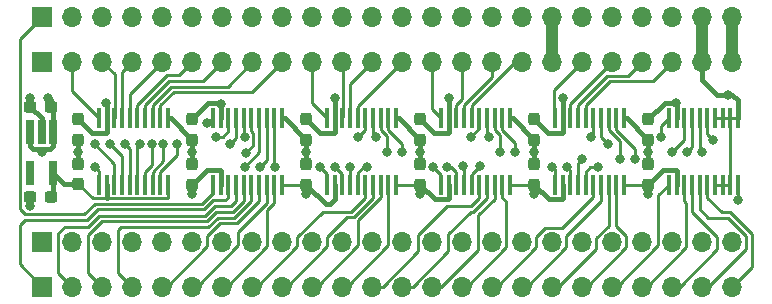
<source format=gbr>
%TF.GenerationSoftware,KiCad,Pcbnew,7.0.2*%
%TF.CreationDate,2023-07-04T13:12:24+09:00*%
%TF.ProjectId,TangNano9K5V,54616e67-4e61-46e6-9f39-4b35562e6b69,rev?*%
%TF.SameCoordinates,Original*%
%TF.FileFunction,Copper,L1,Top*%
%TF.FilePolarity,Positive*%
%FSLAX46Y46*%
G04 Gerber Fmt 4.6, Leading zero omitted, Abs format (unit mm)*
G04 Created by KiCad (PCBNEW 7.0.2) date 2023-07-04 13:12:24*
%MOMM*%
%LPD*%
G01*
G04 APERTURE LIST*
G04 Aperture macros list*
%AMRoundRect*
0 Rectangle with rounded corners*
0 $1 Rounding radius*
0 $2 $3 $4 $5 $6 $7 $8 $9 X,Y pos of 4 corners*
0 Add a 4 corners polygon primitive as box body*
4,1,4,$2,$3,$4,$5,$6,$7,$8,$9,$2,$3,0*
0 Add four circle primitives for the rounded corners*
1,1,$1+$1,$2,$3*
1,1,$1+$1,$4,$5*
1,1,$1+$1,$6,$7*
1,1,$1+$1,$8,$9*
0 Add four rect primitives between the rounded corners*
20,1,$1+$1,$2,$3,$4,$5,0*
20,1,$1+$1,$4,$5,$6,$7,0*
20,1,$1+$1,$6,$7,$8,$9,0*
20,1,$1+$1,$8,$9,$2,$3,0*%
G04 Aperture macros list end*
%TA.AperFunction,SMDPad,CuDef*%
%ADD10RoundRect,0.237500X0.237500X-0.300000X0.237500X0.300000X-0.237500X0.300000X-0.237500X-0.300000X0*%
%TD*%
%TA.AperFunction,SMDPad,CuDef*%
%ADD11R,0.355600X1.676400*%
%TD*%
%TA.AperFunction,ComponentPad*%
%ADD12R,1.700000X1.700000*%
%TD*%
%TA.AperFunction,ComponentPad*%
%ADD13O,1.700000X1.700000*%
%TD*%
%TA.AperFunction,SMDPad,CuDef*%
%ADD14RoundRect,0.237500X-0.237500X0.300000X-0.237500X-0.300000X0.237500X-0.300000X0.237500X0.300000X0*%
%TD*%
%TA.AperFunction,SMDPad,CuDef*%
%ADD15RoundRect,0.237500X0.300000X0.237500X-0.300000X0.237500X-0.300000X-0.237500X0.300000X-0.237500X0*%
%TD*%
%TA.AperFunction,SMDPad,CuDef*%
%ADD16R,0.650000X2.000000*%
%TD*%
%TA.AperFunction,ViaPad*%
%ADD17C,0.800000*%
%TD*%
%TA.AperFunction,Conductor*%
%ADD18C,1.000000*%
%TD*%
%TA.AperFunction,Conductor*%
%ADD19C,0.400000*%
%TD*%
%TA.AperFunction,Conductor*%
%ADD20C,0.250000*%
%TD*%
G04 APERTURE END LIST*
D10*
%TO.P,C3,1*%
%TO.N,+1V8*%
X5588000Y-16711000D03*
%TO.P,C3,2*%
%TO.N,GND*%
X5588000Y-14986000D03*
%TD*%
D11*
%TO.P,U6,1,A1*%
%TO.N,PIN55*%
X55596001Y-16764000D03*
%TO.P,U6,2,VCCA*%
%TO.N,+3.3V*%
X56246002Y-16764000D03*
%TO.P,U6,3,A2*%
%TO.N,PIN56*%
X56896000Y-16764000D03*
%TO.P,U6,4,A3*%
%TO.N,PIN57*%
X57546002Y-16764000D03*
%TO.P,U6,5,A4*%
%TO.N,PIN68*%
X58196000Y-16764000D03*
%TO.P,U6,6,A5*%
%TO.N,PIN69*%
X58845999Y-16764000D03*
%TO.P,U6,7,A6*%
%TO.N,GND*%
X59496000Y-16764000D03*
%TO.P,U6,8,A7*%
X60145999Y-16764000D03*
%TO.P,U6,9,A8*%
X60796000Y-16764000D03*
%TO.P,U6,10,OE*%
%TO.N,+3.3V*%
X61445999Y-16764000D03*
%TO.P,U6,11,GND*%
%TO.N,GND*%
X61446001Y-11125200D03*
%TO.P,U6,12,B8*%
X60796003Y-11125200D03*
%TO.P,U6,13,B7*%
X60146002Y-11125200D03*
%TO.P,U6,14,B6*%
X59496003Y-11125200D03*
%TO.P,U6,15,B5*%
%TO.N,PIN69_H*%
X58846002Y-11125200D03*
%TO.P,U6,16,B4*%
%TO.N,PIN68_H*%
X58196003Y-11125200D03*
%TO.P,U6,17,B3*%
%TO.N,PIN57_H*%
X57546002Y-11125200D03*
%TO.P,U6,18,B2*%
%TO.N,PIN56_H*%
X56896003Y-11125200D03*
%TO.P,U6,19,VCCB*%
%TO.N,+5V*%
X56246002Y-11125200D03*
%TO.P,U6,20,B1*%
%TO.N,PIN55_H*%
X55596003Y-11125200D03*
%TD*%
D12*
%TO.P,J2,1,Pin_1*%
%TO.N,PIN63*%
X2540000Y-2540000D03*
D13*
%TO.P,J2,2,Pin_2*%
%TO.N,PIN86*%
X5080000Y-2540000D03*
%TO.P,J2,3,Pin_3*%
%TO.N,PIN85*%
X7620000Y-2540000D03*
%TO.P,J2,4,Pin_4*%
%TO.N,PIN84*%
X10160000Y-2540000D03*
%TO.P,J2,5,Pin_5*%
%TO.N,PIN83*%
X12700000Y-2540000D03*
%TO.P,J2,6,Pin_6*%
%TO.N,PIN82*%
X15240000Y-2540000D03*
%TO.P,J2,7,Pin_7*%
%TO.N,PIN81*%
X17780000Y-2540000D03*
%TO.P,J2,8,Pin_8*%
%TO.N,PIN80*%
X20320000Y-2540000D03*
%TO.P,J2,9,Pin_9*%
%TO.N,PIN79*%
X22860000Y-2540000D03*
%TO.P,J2,10,Pin_10*%
%TO.N,PIN77*%
X25400000Y-2540000D03*
%TO.P,J2,11,Pin_11*%
%TO.N,PIN76*%
X27940000Y-2540000D03*
%TO.P,J2,12,Pin_12*%
%TO.N,PIN75*%
X30480000Y-2540000D03*
%TO.P,J2,13,Pin_13*%
%TO.N,PIN74*%
X33020000Y-2540000D03*
%TO.P,J2,14,Pin_14*%
%TO.N,PIN73*%
X35560000Y-2540000D03*
%TO.P,J2,15,Pin_15*%
%TO.N,PIN72*%
X38100000Y-2540000D03*
%TO.P,J2,16,Pin_16*%
%TO.N,PIN71*%
X40640000Y-2540000D03*
%TO.P,J2,17,Pin_17*%
%TO.N,PIN70*%
X43180000Y-2540000D03*
%TO.P,J2,18,Pin_18*%
%TO.N,+5V*%
X45720000Y-2540000D03*
%TO.P,J2,19,Pin_19*%
%TO.N,PIN48*%
X48260000Y-2540000D03*
%TO.P,J2,20,Pin_20*%
%TO.N,PIN49*%
X50800000Y-2540000D03*
%TO.P,J2,21,Pin_21*%
%TO.N,PIN31*%
X53340000Y-2540000D03*
%TO.P,J2,22,Pin_22*%
%TO.N,PIN32*%
X55880000Y-2540000D03*
%TO.P,J2,23,Pin_23*%
%TO.N,GND*%
X58420000Y-2540000D03*
%TO.P,J2,24,Pin_24*%
%TO.N,+3.3V*%
X60960000Y-2540000D03*
%TD*%
D14*
%TO.P,C14,1*%
%TO.N,+5V*%
X53848000Y-11229000D03*
%TO.P,C14,2*%
%TO.N,GND*%
X53848000Y-12954000D03*
%TD*%
D10*
%TO.P,C9,1*%
%TO.N,+3.3V*%
X34544000Y-16764000D03*
%TO.P,C9,2*%
%TO.N,GND*%
X34544000Y-15039000D03*
%TD*%
%TO.P,C11,1*%
%TO.N,+3.3V*%
X44196000Y-16764000D03*
%TO.P,C11,2*%
%TO.N,GND*%
X44196000Y-15039000D03*
%TD*%
%TO.P,C7,1*%
%TO.N,+3.3V*%
X24892000Y-16764000D03*
%TO.P,C7,2*%
%TO.N,GND*%
X24892000Y-15039000D03*
%TD*%
%TO.P,C5,1*%
%TO.N,+3.3V*%
X15240000Y-16764000D03*
%TO.P,C5,2*%
%TO.N,GND*%
X15240000Y-15039000D03*
%TD*%
D14*
%TO.P,C12,1*%
%TO.N,+5V*%
X44196000Y-11229000D03*
%TO.P,C12,2*%
%TO.N,GND*%
X44196000Y-12954000D03*
%TD*%
D15*
%TO.P,C1,1*%
%TO.N,+3.3V*%
X3249000Y-10160000D03*
%TO.P,C1,2*%
%TO.N,GND*%
X1524000Y-10160000D03*
%TD*%
D14*
%TO.P,C8,1*%
%TO.N,+5V*%
X24892000Y-11229000D03*
%TO.P,C8,2*%
%TO.N,GND*%
X24892000Y-12954000D03*
%TD*%
%TO.P,C10,1*%
%TO.N,+5V*%
X34544000Y-11229000D03*
%TO.P,C10,2*%
%TO.N,GND*%
X34544000Y-12954000D03*
%TD*%
D15*
%TO.P,C2,1*%
%TO.N,+1V8*%
X3249000Y-17780000D03*
%TO.P,C2,2*%
%TO.N,GND*%
X1524000Y-17780000D03*
%TD*%
D14*
%TO.P,C6,1*%
%TO.N,+5V*%
X15240000Y-11229000D03*
%TO.P,C6,2*%
%TO.N,GND*%
X15240000Y-12954000D03*
%TD*%
D11*
%TO.P,U1,1,A1*%
%TO.N,PIN86*%
X7336001Y-16764000D03*
%TO.P,U1,2,VCCA*%
%TO.N,+1V8*%
X7986002Y-16764000D03*
%TO.P,U1,3,A2*%
%TO.N,PIN85*%
X8636000Y-16764000D03*
%TO.P,U1,4,A3*%
%TO.N,PIN84*%
X9286002Y-16764000D03*
%TO.P,U1,5,A4*%
%TO.N,PIN83*%
X9936000Y-16764000D03*
%TO.P,U1,6,A5*%
%TO.N,PIN82*%
X10585999Y-16764000D03*
%TO.P,U1,7,A6*%
%TO.N,PIN81*%
X11236000Y-16764000D03*
%TO.P,U1,8,A7*%
%TO.N,PIN80*%
X11885999Y-16764000D03*
%TO.P,U1,9,A8*%
%TO.N,PIN79*%
X12536000Y-16764000D03*
%TO.P,U1,10,OE*%
%TO.N,+1V8*%
X13185999Y-16764000D03*
%TO.P,U1,11,GND*%
%TO.N,GND*%
X13186001Y-11125200D03*
%TO.P,U1,12,B8*%
%TO.N,PIN79_H*%
X12536003Y-11125200D03*
%TO.P,U1,13,B7*%
%TO.N,PIN80_H*%
X11886002Y-11125200D03*
%TO.P,U1,14,B6*%
%TO.N,PIN81_H*%
X11236003Y-11125200D03*
%TO.P,U1,15,B5*%
%TO.N,PIN82_H*%
X10586002Y-11125200D03*
%TO.P,U1,16,B4*%
%TO.N,PIN83_H*%
X9936003Y-11125200D03*
%TO.P,U1,17,B3*%
%TO.N,PIN84_H*%
X9286002Y-11125200D03*
%TO.P,U1,18,B2*%
%TO.N,PIN85_H*%
X8636003Y-11125200D03*
%TO.P,U1,19,VCCB*%
%TO.N,+5V*%
X7986002Y-11125200D03*
%TO.P,U1,20,B1*%
%TO.N,PIN86_H*%
X7336003Y-11125200D03*
%TD*%
%TO.P,U4,1,A1*%
%TO.N,PIN73*%
X36292001Y-16764000D03*
%TO.P,U4,2,VCCA*%
%TO.N,+3.3V*%
X36942002Y-16764000D03*
%TO.P,U4,3,A2*%
%TO.N,PIN72*%
X37592000Y-16764000D03*
%TO.P,U4,4,A3*%
%TO.N,PIN71*%
X38242002Y-16764000D03*
%TO.P,U4,5,A4*%
%TO.N,PIN70*%
X38892000Y-16764000D03*
%TO.P,U4,6,A5*%
%TO.N,PIN34*%
X39541999Y-16764000D03*
%TO.P,U4,7,A6*%
%TO.N,PIN40*%
X40192000Y-16764000D03*
%TO.P,U4,8,A7*%
%TO.N,PIN35*%
X40841999Y-16764000D03*
%TO.P,U4,9,A8*%
%TO.N,PIN41*%
X41492000Y-16764000D03*
%TO.P,U4,10,OE*%
%TO.N,+3.3V*%
X42141999Y-16764000D03*
%TO.P,U4,11,GND*%
%TO.N,GND*%
X42142001Y-11125200D03*
%TO.P,U4,12,B8*%
%TO.N,PIN41_H*%
X41492003Y-11125200D03*
%TO.P,U4,13,B7*%
%TO.N,PIN35_H*%
X40842002Y-11125200D03*
%TO.P,U4,14,B6*%
%TO.N,PIN40_H*%
X40192003Y-11125200D03*
%TO.P,U4,15,B5*%
%TO.N,PIN34_H*%
X39542002Y-11125200D03*
%TO.P,U4,16,B4*%
%TO.N,PIN70_H*%
X38892003Y-11125200D03*
%TO.P,U4,17,B3*%
%TO.N,PIN71_H*%
X38242002Y-11125200D03*
%TO.P,U4,18,B2*%
%TO.N,PIN72_H*%
X37592003Y-11125200D03*
%TO.P,U4,19,VCCB*%
%TO.N,+5V*%
X36942002Y-11125200D03*
%TO.P,U4,20,B1*%
%TO.N,PIN73_H*%
X36292003Y-11125200D03*
%TD*%
%TO.P,U5,1,A1*%
%TO.N,PIN48*%
X45944001Y-16764000D03*
%TO.P,U5,2,VCCA*%
%TO.N,+3.3V*%
X46594002Y-16764000D03*
%TO.P,U5,3,A2*%
%TO.N,PIN49*%
X47244000Y-16764000D03*
%TO.P,U5,4,A3*%
%TO.N,PIN31*%
X47894002Y-16764000D03*
%TO.P,U5,5,A4*%
%TO.N,PIN32*%
X48544000Y-16764000D03*
%TO.P,U5,6,A5*%
%TO.N,PIN42*%
X49193999Y-16764000D03*
%TO.P,U5,7,A6*%
%TO.N,PIN51*%
X49844000Y-16764000D03*
%TO.P,U5,8,A7*%
%TO.N,PIN53*%
X50493999Y-16764000D03*
%TO.P,U5,9,A8*%
%TO.N,PIN54*%
X51144000Y-16764000D03*
%TO.P,U5,10,OE*%
%TO.N,+3.3V*%
X51793999Y-16764000D03*
%TO.P,U5,11,GND*%
%TO.N,GND*%
X51794001Y-11125200D03*
%TO.P,U5,12,B8*%
%TO.N,PIN54_H*%
X51144003Y-11125200D03*
%TO.P,U5,13,B7*%
%TO.N,PIN53_H*%
X50494002Y-11125200D03*
%TO.P,U5,14,B6*%
%TO.N,PIN51_H*%
X49844003Y-11125200D03*
%TO.P,U5,15,B5*%
%TO.N,PIN42_H*%
X49194002Y-11125200D03*
%TO.P,U5,16,B4*%
%TO.N,PIN32_H*%
X48544003Y-11125200D03*
%TO.P,U5,17,B3*%
%TO.N,PIN31_H*%
X47894002Y-11125200D03*
%TO.P,U5,18,B2*%
%TO.N,PIN49_H*%
X47244003Y-11125200D03*
%TO.P,U5,19,VCCB*%
%TO.N,+5V*%
X46594002Y-11125200D03*
%TO.P,U5,20,B1*%
%TO.N,PIN48_H*%
X45944003Y-11125200D03*
%TD*%
D14*
%TO.P,C4,1*%
%TO.N,+5V*%
X5588000Y-11229000D03*
%TO.P,C4,2*%
%TO.N,GND*%
X5588000Y-12954000D03*
%TD*%
D16*
%TO.P,PS1,1,IN*%
%TO.N,+3.3V*%
X3424000Y-12328000D03*
%TO.P,PS1,2,GND*%
%TO.N,GND*%
X2474000Y-12328000D03*
%TO.P,PS1,3,EN*%
%TO.N,+3.3V*%
X1524000Y-12328000D03*
%TO.P,PS1,4,NC*%
%TO.N,unconnected-(PS1-NC-Pad4)*%
X1524000Y-15748000D03*
%TO.P,PS1,5,OUT*%
%TO.N,+1V8*%
X3424000Y-15748000D03*
%TD*%
D11*
%TO.P,U2,1,A1*%
%TO.N,PIN63*%
X16988001Y-16764000D03*
%TO.P,U2,2,VCCA*%
%TO.N,+3.3V*%
X17638002Y-16764000D03*
%TO.P,U2,3,A2*%
%TO.N,PIN38*%
X18288000Y-16764000D03*
%TO.P,U2,4,A3*%
%TO.N,PIN37*%
X18938002Y-16764000D03*
%TO.P,U2,5,A4*%
%TO.N,PIN36*%
X19588000Y-16764000D03*
%TO.P,U2,6,A5*%
%TO.N,PIN39*%
X20237999Y-16764000D03*
%TO.P,U2,7,A6*%
%TO.N,PIN25*%
X20888000Y-16764000D03*
%TO.P,U2,8,A7*%
%TO.N,PIN26*%
X21537999Y-16764000D03*
%TO.P,U2,9,A8*%
%TO.N,PIN27*%
X22188000Y-16764000D03*
%TO.P,U2,10,OE*%
%TO.N,+3.3V*%
X22837999Y-16764000D03*
%TO.P,U2,11,GND*%
%TO.N,GND*%
X22838001Y-11125200D03*
%TO.P,U2,12,B8*%
%TO.N,PIN27_H*%
X22188003Y-11125200D03*
%TO.P,U2,13,B7*%
%TO.N,PIN26_H*%
X21538002Y-11125200D03*
%TO.P,U2,14,B6*%
%TO.N,PIN25_H*%
X20888003Y-11125200D03*
%TO.P,U2,15,B5*%
%TO.N,PIN39_H*%
X20238002Y-11125200D03*
%TO.P,U2,16,B4*%
%TO.N,PIN36_H*%
X19588003Y-11125200D03*
%TO.P,U2,17,B3*%
%TO.N,PIN37_H*%
X18938002Y-11125200D03*
%TO.P,U2,18,B2*%
%TO.N,PIN38_H*%
X18288003Y-11125200D03*
%TO.P,U2,19,VCCB*%
%TO.N,+5V*%
X17638002Y-11125200D03*
%TO.P,U2,20,B1*%
%TO.N,PIN63_H*%
X16988003Y-11125200D03*
%TD*%
%TO.P,U3,1,A1*%
%TO.N,PIN77*%
X26640001Y-16764000D03*
%TO.P,U3,2,VCCA*%
%TO.N,+3.3V*%
X27290002Y-16764000D03*
%TO.P,U3,3,A2*%
%TO.N,PIN76*%
X27940000Y-16764000D03*
%TO.P,U3,4,A3*%
%TO.N,PIN75*%
X28590002Y-16764000D03*
%TO.P,U3,5,A4*%
%TO.N,PIN74*%
X29240000Y-16764000D03*
%TO.P,U3,6,A5*%
%TO.N,PIN28*%
X29889999Y-16764000D03*
%TO.P,U3,7,A6*%
%TO.N,PIN29*%
X30540000Y-16764000D03*
%TO.P,U3,8,A7*%
%TO.N,PIN30*%
X31189999Y-16764000D03*
%TO.P,U3,9,A8*%
%TO.N,PIN33*%
X31840000Y-16764000D03*
%TO.P,U3,10,OE*%
%TO.N,+3.3V*%
X32489999Y-16764000D03*
%TO.P,U3,11,GND*%
%TO.N,GND*%
X32490001Y-11125200D03*
%TO.P,U3,12,B8*%
%TO.N,PIN33_H*%
X31840003Y-11125200D03*
%TO.P,U3,13,B7*%
%TO.N,PIN30_H*%
X31190002Y-11125200D03*
%TO.P,U3,14,B6*%
%TO.N,PIN29_H*%
X30540003Y-11125200D03*
%TO.P,U3,15,B5*%
%TO.N,PIN28_H*%
X29890002Y-11125200D03*
%TO.P,U3,16,B4*%
%TO.N,PIN74_H*%
X29240003Y-11125200D03*
%TO.P,U3,17,B3*%
%TO.N,PIN75_H*%
X28590002Y-11125200D03*
%TO.P,U3,18,B2*%
%TO.N,PIN76_H*%
X27940003Y-11125200D03*
%TO.P,U3,19,VCCB*%
%TO.N,+5V*%
X27290002Y-11125200D03*
%TO.P,U3,20,B1*%
%TO.N,PIN77_H*%
X26640003Y-11125200D03*
%TD*%
D10*
%TO.P,C13,1*%
%TO.N,+3.3V*%
X53848000Y-16764000D03*
%TO.P,C13,2*%
%TO.N,GND*%
X53848000Y-15039000D03*
%TD*%
D12*
%TO.P,J1,1,Pin_1*%
%TO.N,PIN38*%
X2540000Y-25400000D03*
D13*
%TO.P,J1,2,Pin_2*%
%TO.N,PIN37*%
X5080000Y-25400000D03*
%TO.P,J1,3,Pin_3*%
%TO.N,PIN36*%
X7620000Y-25400000D03*
%TO.P,J1,4,Pin_4*%
%TO.N,PIN39*%
X10160000Y-25400000D03*
%TO.P,J1,5,Pin_5*%
%TO.N,PIN25*%
X12700000Y-25400000D03*
%TO.P,J1,6,Pin_6*%
%TO.N,PIN26*%
X15240000Y-25400000D03*
%TO.P,J1,7,Pin_7*%
%TO.N,PIN27*%
X17780000Y-25400000D03*
%TO.P,J1,8,Pin_8*%
%TO.N,PIN28*%
X20320000Y-25400000D03*
%TO.P,J1,9,Pin_9*%
%TO.N,PIN29*%
X22860000Y-25400000D03*
%TO.P,J1,10,Pin_10*%
%TO.N,PIN30*%
X25400000Y-25400000D03*
%TO.P,J1,11,Pin_11*%
%TO.N,PIN33*%
X27940000Y-25400000D03*
%TO.P,J1,12,Pin_12*%
%TO.N,PIN34*%
X30480000Y-25400000D03*
%TO.P,J1,13,Pin_13*%
%TO.N,PIN40*%
X33020000Y-25400000D03*
%TO.P,J1,14,Pin_14*%
%TO.N,PIN35*%
X35560000Y-25400000D03*
%TO.P,J1,15,Pin_15*%
%TO.N,PIN41*%
X38100000Y-25400000D03*
%TO.P,J1,16,Pin_16*%
%TO.N,PIN42*%
X40640000Y-25400000D03*
%TO.P,J1,17,Pin_17*%
%TO.N,PIN51*%
X43180000Y-25400000D03*
%TO.P,J1,18,Pin_18*%
%TO.N,PIN53*%
X45720000Y-25400000D03*
%TO.P,J1,19,Pin_19*%
%TO.N,PIN54*%
X48260000Y-25400000D03*
%TO.P,J1,20,Pin_20*%
%TO.N,PIN55*%
X50800000Y-25400000D03*
%TO.P,J1,21,Pin_21*%
%TO.N,PIN56*%
X53340000Y-25400000D03*
%TO.P,J1,22,Pin_22*%
%TO.N,PIN57*%
X55880000Y-25400000D03*
%TO.P,J1,23,Pin_23*%
%TO.N,PIN68*%
X58420000Y-25400000D03*
%TO.P,J1,24,Pin_24*%
%TO.N,PIN69*%
X60960000Y-25400000D03*
%TD*%
D12*
%TO.P,J4,1,Pin_1*%
%TO.N,PIN63_H*%
X2540000Y-6350000D03*
D13*
%TO.P,J4,2,Pin_2*%
%TO.N,PIN86_H*%
X5080000Y-6350000D03*
%TO.P,J4,3,Pin_3*%
%TO.N,PIN85_H*%
X7620000Y-6350000D03*
%TO.P,J4,4,Pin_4*%
%TO.N,PIN84_H*%
X10160000Y-6350000D03*
%TO.P,J4,5,Pin_5*%
%TO.N,PIN83_H*%
X12700000Y-6350000D03*
%TO.P,J4,6,Pin_6*%
%TO.N,PIN82_H*%
X15240000Y-6350000D03*
%TO.P,J4,7,Pin_7*%
%TO.N,PIN81_H*%
X17780000Y-6350000D03*
%TO.P,J4,8,Pin_8*%
%TO.N,PIN80_H*%
X20320000Y-6350000D03*
%TO.P,J4,9,Pin_9*%
%TO.N,PIN79_H*%
X22860000Y-6350000D03*
%TO.P,J4,10,Pin_10*%
%TO.N,PIN77_H*%
X25400000Y-6350000D03*
%TO.P,J4,11,Pin_11*%
%TO.N,PIN76_H*%
X27940000Y-6350000D03*
%TO.P,J4,12,Pin_12*%
%TO.N,PIN75_H*%
X30480000Y-6350000D03*
%TO.P,J4,13,Pin_13*%
%TO.N,PIN74_H*%
X33020000Y-6350000D03*
%TO.P,J4,14,Pin_14*%
%TO.N,PIN73_H*%
X35560000Y-6350000D03*
%TO.P,J4,15,Pin_15*%
%TO.N,PIN72_H*%
X38100000Y-6350000D03*
%TO.P,J4,16,Pin_16*%
%TO.N,PIN71_H*%
X40640000Y-6350000D03*
%TO.P,J4,17,Pin_17*%
%TO.N,PIN70_H*%
X43180000Y-6350000D03*
%TO.P,J4,18,Pin_18*%
%TO.N,+5V*%
X45720000Y-6350000D03*
%TO.P,J4,19,Pin_19*%
%TO.N,PIN48_H*%
X48260000Y-6350000D03*
%TO.P,J4,20,Pin_20*%
%TO.N,PIN49_H*%
X50800000Y-6350000D03*
%TO.P,J4,21,Pin_21*%
%TO.N,PIN31_H*%
X53340000Y-6350000D03*
%TO.P,J4,22,Pin_22*%
%TO.N,PIN32_H*%
X55880000Y-6350000D03*
%TO.P,J4,23,Pin_23*%
%TO.N,GND*%
X58420000Y-6350000D03*
%TO.P,J4,24,Pin_24*%
%TO.N,+3.3V*%
X60960000Y-6350000D03*
%TD*%
D12*
%TO.P,J3,1,Pin_1*%
%TO.N,PIN38_H*%
X2540000Y-21590000D03*
D13*
%TO.P,J3,2,Pin_2*%
%TO.N,PIN37_H*%
X5080000Y-21590000D03*
%TO.P,J3,3,Pin_3*%
%TO.N,PIN36_H*%
X7620000Y-21590000D03*
%TO.P,J3,4,Pin_4*%
%TO.N,PIN39_H*%
X10160000Y-21590000D03*
%TO.P,J3,5,Pin_5*%
%TO.N,PIN25_H*%
X12700000Y-21590000D03*
%TO.P,J3,6,Pin_6*%
%TO.N,PIN26_H*%
X15240000Y-21590000D03*
%TO.P,J3,7,Pin_7*%
%TO.N,PIN27_H*%
X17780000Y-21590000D03*
%TO.P,J3,8,Pin_8*%
%TO.N,PIN28_H*%
X20320000Y-21590000D03*
%TO.P,J3,9,Pin_9*%
%TO.N,PIN29_H*%
X22860000Y-21590000D03*
%TO.P,J3,10,Pin_10*%
%TO.N,PIN30_H*%
X25400000Y-21590000D03*
%TO.P,J3,11,Pin_11*%
%TO.N,PIN33_H*%
X27940000Y-21590000D03*
%TO.P,J3,12,Pin_12*%
%TO.N,PIN34_H*%
X30480000Y-21590000D03*
%TO.P,J3,13,Pin_13*%
%TO.N,PIN40_H*%
X33020000Y-21590000D03*
%TO.P,J3,14,Pin_14*%
%TO.N,PIN35_H*%
X35560000Y-21590000D03*
%TO.P,J3,15,Pin_15*%
%TO.N,PIN41_H*%
X38100000Y-21590000D03*
%TO.P,J3,16,Pin_16*%
%TO.N,PIN42_H*%
X40640000Y-21590000D03*
%TO.P,J3,17,Pin_17*%
%TO.N,PIN51_H*%
X43180000Y-21590000D03*
%TO.P,J3,18,Pin_18*%
%TO.N,PIN53_H*%
X45720000Y-21590000D03*
%TO.P,J3,19,Pin_19*%
%TO.N,PIN54_H*%
X48260000Y-21590000D03*
%TO.P,J3,20,Pin_20*%
%TO.N,PIN55_H*%
X50800000Y-21590000D03*
%TO.P,J3,21,Pin_21*%
%TO.N,PIN56_H*%
X53340000Y-21590000D03*
%TO.P,J3,22,Pin_22*%
%TO.N,PIN57_H*%
X55880000Y-21590000D03*
%TO.P,J3,23,Pin_23*%
%TO.N,PIN68_H*%
X58420000Y-21590000D03*
%TO.P,J3,24,Pin_24*%
%TO.N,PIN69_H*%
X60960000Y-21590000D03*
%TD*%
D17*
%TO.N,GND*%
X60630500Y-9144000D03*
%TO.N,+3.3V*%
X61468000Y-18034000D03*
%TO.N,PIN69_H*%
X59360500Y-12954000D03*
%TO.N,PIN68_H*%
X58420000Y-13970000D03*
%TO.N,PIN57_H*%
X57150000Y-13970000D03*
%TO.N,PIN56_H*%
X55880000Y-13970000D03*
%TO.N,PIN55_H*%
X54922500Y-12700000D03*
%TO.N,PIN54_H*%
X52705000Y-14605000D03*
%TO.N,PIN53_H*%
X51435000Y-14605000D03*
%TO.N,PIN51_H*%
X50434000Y-13335000D03*
%TO.N,PIN32*%
X49602283Y-15284283D03*
%TO.N,PIN42_H*%
X48984500Y-12700000D03*
%TO.N,PIN31*%
X48260000Y-14605000D03*
%TO.N,PIN49*%
X46990000Y-15240000D03*
%TO.N,PIN48*%
X45720000Y-15240000D03*
%TO.N,PIN41_H*%
X42545000Y-13970000D03*
%TO.N,PIN35_H*%
X41275000Y-13970000D03*
%TO.N,PIN40_H*%
X40315883Y-12700000D03*
%TO.N,PIN70*%
X39591383Y-15167364D03*
%TO.N,PIN34_H*%
X38824500Y-12700000D03*
%TO.N,PIN71*%
X38141883Y-15204070D03*
%TO.N,PIN72*%
X36830000Y-15240000D03*
%TO.N,PIN73*%
X35618500Y-15240000D03*
%TO.N,PIN33_H*%
X33020000Y-13970000D03*
%TO.N,PIN30_H*%
X31750000Y-13970000D03*
%TO.N,PIN29_H*%
X30748500Y-12700000D03*
%TO.N,PIN74*%
X30024000Y-15240000D03*
%TO.N,PIN28_H*%
X29299500Y-12700000D03*
%TO.N,PIN75*%
X28575000Y-15240000D03*
%TO.N,PIN76*%
X27305000Y-15240000D03*
%TO.N,PIN77*%
X26035000Y-15240000D03*
%TO.N,PIN27_H*%
X22225000Y-15240000D03*
%TO.N,PIN26_H*%
X20955000Y-15240000D03*
%TO.N,PIN25_H*%
X19685000Y-15240000D03*
%TO.N,PIN79*%
X13970000Y-13335000D03*
%TO.N,PIN80*%
X12794006Y-13335000D03*
%TO.N,PIN81*%
X11794503Y-13335000D03*
%TO.N,PIN82*%
X10795000Y-13335000D03*
%TO.N,PIN83*%
X9525000Y-13335000D03*
%TO.N,PIN84*%
X8255000Y-13335000D03*
%TO.N,PIN39_H*%
X19757451Y-14042452D03*
%TO.N,PIN36_H*%
X19685000Y-12700000D03*
%TO.N,PIN37_H*%
X18415000Y-13335000D03*
%TO.N,PIN38_H*%
X17234500Y-12700000D03*
%TO.N,PIN85*%
X6985000Y-13335000D03*
%TO.N,PIN63_H*%
X16510000Y-11517137D03*
%TO.N,PIN86*%
X6985000Y-15240000D03*
%TO.N,+3.3V*%
X3048000Y-9398000D03*
X2540000Y-13970000D03*
X15240000Y-17526000D03*
X24892000Y-17526000D03*
X34544000Y-17526000D03*
X44196000Y-17526000D03*
X53848000Y-17526000D03*
%TO.N,GND*%
X53848000Y-13970000D03*
X44196000Y-13970000D03*
X34544000Y-13970000D03*
X24892000Y-13970000D03*
X15240000Y-13970000D03*
X5588000Y-13970000D03*
%TO.N,+5V*%
X56185655Y-9851362D03*
X46594002Y-9398000D03*
X36942002Y-9398000D03*
X27290002Y-9398000D03*
X17638003Y-9917638D03*
X7925655Y-9851362D03*
%TO.N,GND*%
X1524000Y-9398000D03*
X1524000Y-18542000D03*
%TD*%
D18*
%TO.N,+3.3V*%
X60960000Y-2540000D02*
X60960000Y-6350000D01*
%TO.N,GND*%
X58420000Y-2540000D02*
X58420000Y-6350000D01*
%TO.N,+5V*%
X45720000Y-2540000D02*
X45720000Y-6350000D01*
D19*
%TO.N,GND*%
X58420000Y-7874000D02*
X58420000Y-6350000D01*
X59690000Y-9144000D02*
X58420000Y-7874000D01*
X60630500Y-9144000D02*
X59690000Y-9144000D01*
X60960000Y-9144000D02*
X60630500Y-9144000D01*
X60960000Y-9144000D02*
X61446001Y-9630001D01*
X61446001Y-11125200D02*
X61446001Y-9630001D01*
D20*
%TO.N,+3.3V*%
X61445999Y-18011999D02*
X61468000Y-18034000D01*
X61445999Y-16764000D02*
X61445999Y-18011999D01*
%TO.N,PIN69_H*%
X58846002Y-12439502D02*
X59360500Y-12954000D01*
X58846002Y-11125200D02*
X58846002Y-12439502D01*
%TO.N,PIN68_H*%
X58196003Y-13746003D02*
X58420000Y-13970000D01*
X58196003Y-11125200D02*
X58196003Y-13746003D01*
%TO.N,PIN57_H*%
X57546002Y-13573998D02*
X57150000Y-13970000D01*
X57546002Y-11125200D02*
X57546002Y-13573998D01*
%TO.N,PIN56_H*%
X56896003Y-12953997D02*
X55880000Y-13970000D01*
X56896003Y-11125200D02*
X56896003Y-12953997D01*
%TO.N,PIN55_H*%
X54922500Y-11798703D02*
X55596003Y-11125200D01*
X54922500Y-12700000D02*
X54922500Y-11798703D01*
%TO.N,PIN54_H*%
X52705000Y-13715801D02*
X52705000Y-14605000D01*
X51144003Y-12154804D02*
X52705000Y-13715801D01*
X51144003Y-11125200D02*
X51144003Y-12154804D01*
%TO.N,PIN53_H*%
X50494002Y-12141199D02*
X51435000Y-13082197D01*
X51435000Y-13082197D02*
X51435000Y-14605000D01*
X50494002Y-11125200D02*
X50494002Y-12141199D01*
%TO.N,PIN51_H*%
X49844003Y-12745003D02*
X50434000Y-13335000D01*
X49844003Y-11125200D02*
X49844003Y-12745003D01*
%TO.N,PIN32*%
X48935517Y-15284283D02*
X49602283Y-15284283D01*
X48544000Y-15675800D02*
X48935517Y-15284283D01*
X48544000Y-16764000D02*
X48544000Y-15675800D01*
%TO.N,PIN42_H*%
X49194002Y-12490498D02*
X48984500Y-12700000D01*
X49194002Y-11125200D02*
X49194002Y-12490498D01*
%TO.N,PIN31*%
X47894002Y-14970998D02*
X48260000Y-14605000D01*
X47894002Y-16764000D02*
X47894002Y-14970998D01*
%TO.N,PIN49*%
X47244000Y-15494000D02*
X46990000Y-15240000D01*
X47244000Y-16764000D02*
X47244000Y-15494000D01*
%TO.N,PIN48*%
X45944001Y-15464001D02*
X45720000Y-15240000D01*
X45944001Y-16764000D02*
X45944001Y-15464001D01*
%TO.N,PIN41_H*%
X42545000Y-13207801D02*
X42545000Y-13970000D01*
X41492003Y-12154804D02*
X42545000Y-13207801D01*
X41492003Y-11125200D02*
X41492003Y-12154804D01*
%TO.N,PIN35_H*%
X41275000Y-12574197D02*
X41275000Y-13970000D01*
X40842002Y-12141199D02*
X41275000Y-12574197D01*
X40842002Y-11125200D02*
X40842002Y-12141199D01*
%TO.N,PIN40_H*%
X40192003Y-12576120D02*
X40315883Y-12700000D01*
X40192003Y-11125200D02*
X40192003Y-12576120D01*
%TO.N,PIN70*%
X38892000Y-15866747D02*
X39591383Y-15167364D01*
X38892000Y-16764000D02*
X38892000Y-15866747D01*
%TO.N,PIN34_H*%
X39542002Y-11982498D02*
X38824500Y-12700000D01*
X39542002Y-11125200D02*
X39542002Y-11982498D01*
%TO.N,PIN71*%
X38242002Y-15304189D02*
X38141883Y-15204070D01*
X38242002Y-16764000D02*
X38242002Y-15304189D01*
%TO.N,PIN72*%
X37156200Y-15240000D02*
X36830000Y-15240000D01*
X37592000Y-15675800D02*
X37156200Y-15240000D01*
X37592000Y-16764000D02*
X37592000Y-15675800D01*
%TO.N,PIN73*%
X36292001Y-15913501D02*
X35618500Y-15240000D01*
X36292001Y-16764000D02*
X36292001Y-15913501D01*
%TO.N,PIN33_H*%
X33020000Y-13309799D02*
X33020000Y-13970000D01*
X31840003Y-12129802D02*
X33020000Y-13309799D01*
X31840003Y-11125200D02*
X31840003Y-12129802D01*
%TO.N,PIN30_H*%
X31190002Y-11125200D02*
X31190002Y-12116197D01*
X31190002Y-12116197D02*
X31750000Y-12676195D01*
X31750000Y-12676195D02*
X31750000Y-13970000D01*
%TO.N,PIN29_H*%
X30540003Y-11125200D02*
X30540003Y-12491503D01*
X30540003Y-12491503D02*
X30748500Y-12700000D01*
%TO.N,PIN74*%
X29747999Y-15240000D02*
X30024000Y-15240000D01*
X29300000Y-16704000D02*
X29300000Y-15687999D01*
X29300000Y-15687999D02*
X29747999Y-15240000D01*
X29240000Y-16764000D02*
X29300000Y-16704000D01*
%TO.N,PIN28_H*%
X29890002Y-11125200D02*
X29890002Y-12109498D01*
X29890002Y-12109498D02*
X29299500Y-12700000D01*
%TO.N,PIN75*%
X28590002Y-15255002D02*
X28575000Y-15240000D01*
X28590002Y-16764000D02*
X28590002Y-15255002D01*
%TO.N,PIN76*%
X27940000Y-15875000D02*
X27305000Y-15240000D01*
X27940000Y-16764000D02*
X27940000Y-15875000D01*
%TO.N,PIN77*%
X26640001Y-15845001D02*
X26035000Y-15240000D01*
X26640001Y-16764000D02*
X26640001Y-15845001D01*
%TO.N,PIN86_H*%
X5080000Y-8869197D02*
X7336003Y-11125200D01*
X5080000Y-6350000D02*
X5080000Y-8869197D01*
%TO.N,PIN27_H*%
X22188003Y-15203003D02*
X22225000Y-15240000D01*
X22188003Y-11125200D02*
X22188003Y-15203003D01*
%TO.N,PIN26_H*%
X21538002Y-14656998D02*
X20955000Y-15240000D01*
X21538002Y-11125200D02*
X21538002Y-14656998D01*
%TO.N,PIN25_H*%
X20888003Y-14036997D02*
X19685000Y-15240000D01*
X20888003Y-11125200D02*
X20888003Y-14036997D01*
%TO.N,PIN79*%
X13970000Y-14241800D02*
X13970000Y-13335000D01*
X12536000Y-15675800D02*
X13970000Y-14241800D01*
X12536000Y-16764000D02*
X12536000Y-15675800D01*
%TO.N,PIN80*%
X12794006Y-14767793D02*
X12794006Y-13335000D01*
X11885999Y-15675800D02*
X12794006Y-14767793D01*
X11885999Y-16764000D02*
X11885999Y-15675800D01*
%TO.N,PIN81*%
X11794503Y-15117297D02*
X11794503Y-13335000D01*
X11236000Y-15675800D02*
X11794503Y-15117297D01*
X11236000Y-16764000D02*
X11236000Y-15675800D01*
%TO.N,PIN82*%
X10585999Y-13544001D02*
X10795000Y-13335000D01*
X10585999Y-16764000D02*
X10585999Y-13544001D01*
%TO.N,PIN83*%
X9936000Y-13746000D02*
X9525000Y-13335000D01*
X9936000Y-16764000D02*
X9936000Y-13746000D01*
%TO.N,PIN84*%
X9286002Y-14366002D02*
X8255000Y-13335000D01*
X9286002Y-16764000D02*
X9286002Y-14366002D01*
%TO.N,PIN39_H*%
X20410000Y-12399695D02*
X20410000Y-13389903D01*
X20410000Y-13389903D02*
X19757451Y-14042452D01*
X20238002Y-12227697D02*
X20410000Y-12399695D01*
X20238002Y-11125200D02*
X20238002Y-12227697D01*
%TO.N,PIN36_H*%
X19588003Y-12603003D02*
X19685000Y-12700000D01*
X19588003Y-11125200D02*
X19588003Y-12603003D01*
%TO.N,PIN37_H*%
X18415000Y-13335000D02*
X18938002Y-12811998D01*
X18938002Y-12811998D02*
X18938002Y-11125200D01*
%TO.N,PIN38_H*%
X18288003Y-12213400D02*
X18288003Y-11125200D01*
X17801403Y-12700000D02*
X18288003Y-12213400D01*
X17234500Y-12700000D02*
X17801403Y-12700000D01*
%TO.N,PIN85*%
X8636000Y-14986000D02*
X6985000Y-13335000D01*
X8636000Y-16764000D02*
X8636000Y-14986000D01*
%TO.N,PIN63_H*%
X16596066Y-11517137D02*
X16988003Y-11125200D01*
X16510000Y-11517137D02*
X16596066Y-11517137D01*
%TO.N,PIN86*%
X7336001Y-15591001D02*
X6985000Y-15240000D01*
X7336001Y-16764000D02*
X7336001Y-15591001D01*
%TO.N,PIN32_H*%
X54255000Y-7975000D02*
X55880000Y-6350000D01*
X48544003Y-10037000D02*
X50606003Y-7975000D01*
X48544003Y-11125200D02*
X48544003Y-10037000D01*
X50606003Y-7975000D02*
X54255000Y-7975000D01*
%TO.N,PIN31_H*%
X50387000Y-7525000D02*
X52165000Y-7525000D01*
X52165000Y-7525000D02*
X53340000Y-6350000D01*
X47894002Y-10017998D02*
X50387000Y-7525000D01*
X47894002Y-11125200D02*
X47894002Y-10017998D01*
%TO.N,PIN49_H*%
X47244003Y-9905997D02*
X50800000Y-6350000D01*
X47244003Y-11125200D02*
X47244003Y-9905997D01*
%TO.N,PIN48_H*%
X45869002Y-11050199D02*
X45869002Y-8740998D01*
X45869002Y-8740998D02*
X48260000Y-6350000D01*
X45944003Y-11125200D02*
X45869002Y-11050199D01*
%TO.N,PIN70_H*%
X42579003Y-6350000D02*
X43180000Y-6350000D01*
X38892003Y-10037000D02*
X42579003Y-6350000D01*
X38892003Y-11125200D02*
X38892003Y-10037000D01*
%TO.N,PIN71_H*%
X40640000Y-7625399D02*
X40640000Y-6350000D01*
X38242002Y-11125200D02*
X38242002Y-10023397D01*
X38242002Y-10023397D02*
X40640000Y-7625399D01*
%TO.N,PIN72_H*%
X38100000Y-9529003D02*
X38100000Y-6350000D01*
X37592003Y-10037000D02*
X38100000Y-9529003D01*
X37592003Y-11125200D02*
X37592003Y-10037000D01*
%TO.N,PIN73_H*%
X35560000Y-10393197D02*
X35560000Y-6350000D01*
X36292003Y-11125200D02*
X35560000Y-10393197D01*
%TO.N,PIN74_H*%
X29240003Y-11125200D02*
X29240003Y-10129997D01*
X29240003Y-10129997D02*
X33020000Y-6350000D01*
%TO.N,PIN75_H*%
X28590002Y-11125200D02*
X28590002Y-8239998D01*
X28590002Y-8239998D02*
X30480000Y-6350000D01*
%TO.N,PIN77_H*%
X25400000Y-9885197D02*
X25400000Y-6350000D01*
X26640003Y-11125200D02*
X25400000Y-9885197D01*
%TO.N,PIN76_H*%
X28015002Y-6425002D02*
X27940000Y-6350000D01*
X28015002Y-11050201D02*
X28015002Y-6425002D01*
X27940003Y-11125200D02*
X28015002Y-11050201D01*
D19*
%TO.N,+5V*%
X55225638Y-9851362D02*
X53848000Y-11229000D01*
X56185655Y-9851362D02*
X55225638Y-9851362D01*
X56246002Y-9911709D02*
X56185655Y-9851362D01*
X56246002Y-11125200D02*
X56246002Y-9911709D01*
X27290002Y-9398000D02*
X27290002Y-11125200D01*
X36942002Y-9398000D02*
X36942002Y-11125200D01*
X46594002Y-9398000D02*
X46594002Y-11125200D01*
%TO.N,GND*%
X52019200Y-11125200D02*
X53848000Y-12954000D01*
X51794001Y-11125200D02*
X52019200Y-11125200D01*
X42367200Y-11125200D02*
X44196000Y-12954000D01*
X42142001Y-11125200D02*
X42367200Y-11125200D01*
X32715200Y-11125200D02*
X34544000Y-12954000D01*
X32490001Y-11125200D02*
X32715200Y-11125200D01*
X23063200Y-11125200D02*
X24892000Y-12954000D01*
X22838001Y-11125200D02*
X23063200Y-11125200D01*
X13411200Y-11125200D02*
X15240000Y-12954000D01*
X13186001Y-11125200D02*
X13411200Y-11125200D01*
D20*
%TO.N,PIN79_H*%
X20309000Y-8901000D02*
X22860000Y-6350000D01*
X13672003Y-8901000D02*
X20309000Y-8901000D01*
X12536003Y-10037000D02*
X13672003Y-8901000D01*
X12536003Y-11125200D02*
X12536003Y-10037000D01*
%TO.N,PIN80_H*%
X18219000Y-8451000D02*
X20320000Y-6350000D01*
X13472002Y-8451000D02*
X18219000Y-8451000D01*
X11886002Y-10037000D02*
X13472002Y-8451000D01*
X11886002Y-11125200D02*
X11886002Y-10037000D01*
%TO.N,PIN81_H*%
X16129000Y-8001000D02*
X17780000Y-6350000D01*
X13272003Y-8001000D02*
X16129000Y-8001000D01*
X11236003Y-10037000D02*
X13272003Y-8001000D01*
X11236003Y-11125200D02*
X11236003Y-10037000D01*
%TO.N,PIN82_H*%
X10586002Y-10037000D02*
X13130002Y-7493000D01*
X10586002Y-11125200D02*
X10586002Y-10037000D01*
X13130002Y-7493000D02*
X14097000Y-7493000D01*
X14097000Y-7493000D02*
X15240000Y-6350000D01*
%TO.N,PIN83_H*%
X9936003Y-9113997D02*
X12700000Y-6350000D01*
X9936003Y-11125200D02*
X9936003Y-9113997D01*
%TO.N,PIN84_H*%
X9286002Y-7223998D02*
X10160000Y-6350000D01*
X9286002Y-11125200D02*
X9286002Y-7223998D01*
%TO.N,PIN85_H*%
X8650655Y-7380655D02*
X7620000Y-6350000D01*
X8650655Y-11110548D02*
X8650655Y-7380655D01*
X8636003Y-11125200D02*
X8650655Y-11110548D01*
%TO.N,PIN69*%
X60776097Y-19108000D02*
X62611000Y-20942903D01*
X60101799Y-19108000D02*
X60776097Y-19108000D01*
X58845999Y-17852200D02*
X60101799Y-19108000D01*
X62611000Y-20942903D02*
X62611000Y-23749000D01*
X62611000Y-23749000D02*
X60960000Y-25400000D01*
X58845999Y-16764000D02*
X58845999Y-17852200D01*
%TO.N,PIN68*%
X58928000Y-25400000D02*
X58420000Y-25400000D01*
X60589701Y-19558000D02*
X62135000Y-21103299D01*
X62135000Y-22193000D02*
X58928000Y-25400000D01*
X58196000Y-18826000D02*
X58928000Y-19558000D01*
X58196000Y-16764000D02*
X58196000Y-18826000D01*
X58928000Y-19558000D02*
X60589701Y-19558000D01*
X62135000Y-21103299D02*
X62135000Y-22193000D01*
%TO.N,PIN57*%
X59690000Y-22225000D02*
X56515000Y-25400000D01*
X59690000Y-21198299D02*
X59690000Y-22225000D01*
X57546002Y-19054301D02*
X59690000Y-21198299D01*
X56515000Y-25400000D02*
X55880000Y-25400000D01*
X57546002Y-16764000D02*
X57546002Y-19054301D01*
%TO.N,PIN56*%
X56896000Y-18161000D02*
X56896000Y-16764000D01*
X57055000Y-22076701D02*
X57055000Y-18320000D01*
X57055000Y-18320000D02*
X56896000Y-18161000D01*
X53731701Y-25400000D02*
X57055000Y-22076701D01*
X53340000Y-25400000D02*
X53731701Y-25400000D01*
%TO.N,PIN55*%
X54705000Y-17655001D02*
X55596001Y-16764000D01*
X54705000Y-21886701D02*
X54705000Y-17655001D01*
X51191701Y-25400000D02*
X54705000Y-21886701D01*
X50800000Y-25400000D02*
X51191701Y-25400000D01*
%TO.N,PIN54*%
X51975000Y-22076701D02*
X48651701Y-25400000D01*
X51975000Y-21103299D02*
X51975000Y-22076701D01*
X51144000Y-16764000D02*
X51144000Y-20272299D01*
X51144000Y-20272299D02*
X51975000Y-21103299D01*
X48651701Y-25400000D02*
X48260000Y-25400000D01*
%TO.N,PIN53*%
X49435000Y-22193000D02*
X46228000Y-25400000D01*
X49435000Y-21293299D02*
X49435000Y-22193000D01*
X46228000Y-25400000D02*
X45720000Y-25400000D01*
X50493999Y-20234300D02*
X49435000Y-21293299D01*
X50493999Y-16764000D02*
X50493999Y-20234300D01*
%TO.N,PIN51*%
X43571701Y-25400000D02*
X43180000Y-25400000D01*
X46895000Y-21103299D02*
X46895000Y-22076701D01*
X49844000Y-18154299D02*
X46895000Y-21103299D01*
X46895000Y-22076701D02*
X43571701Y-25400000D01*
X49844000Y-16764000D02*
X49844000Y-18154299D01*
%TO.N,PIN42*%
X44355000Y-21177000D02*
X44355000Y-22076701D01*
X45117000Y-20415000D02*
X44355000Y-21177000D01*
X46558998Y-20415000D02*
X45117000Y-20415000D01*
X49193999Y-17779999D02*
X46558998Y-20415000D01*
X49193999Y-16764000D02*
X49193999Y-17779999D01*
X44355000Y-22076701D02*
X41031701Y-25400000D01*
X41031701Y-25400000D02*
X40640000Y-25400000D01*
%TO.N,PIN41*%
X41492000Y-17852200D02*
X41492000Y-16764000D01*
X41815000Y-22076701D02*
X41815000Y-18175200D01*
X41815000Y-18175200D02*
X41492000Y-17852200D01*
X38491701Y-25400000D02*
X41815000Y-22076701D01*
X38100000Y-25400000D02*
X38491701Y-25400000D01*
%TO.N,PIN35*%
X40841999Y-17959001D02*
X40841999Y-16764000D01*
X39465000Y-19336000D02*
X40841999Y-17959001D01*
X36322000Y-25400000D02*
X39465000Y-22257000D01*
X39465000Y-22257000D02*
X39465000Y-19336000D01*
X35560000Y-25400000D02*
X36322000Y-25400000D01*
%TO.N,PIN40*%
X38804000Y-19050000D02*
X38994200Y-19050000D01*
X36925000Y-20929000D02*
X38804000Y-19050000D01*
X36925000Y-22373299D02*
X36925000Y-20929000D01*
X38994200Y-19050000D02*
X40192000Y-17852200D01*
X40192000Y-17852200D02*
X40192000Y-16764000D01*
X33898299Y-25400000D02*
X36925000Y-22373299D01*
X33020000Y-25400000D02*
X33898299Y-25400000D01*
%TO.N,PIN34*%
X36830000Y-18542000D02*
X38852199Y-18542000D01*
X34385000Y-20987000D02*
X36830000Y-18542000D01*
X34385000Y-22373299D02*
X34385000Y-20987000D01*
X31358299Y-25400000D02*
X34385000Y-22373299D01*
X38852199Y-18542000D02*
X39541999Y-17852200D01*
X30480000Y-25400000D02*
X31358299Y-25400000D01*
X39541999Y-17852200D02*
X39541999Y-16764000D01*
%TO.N,PIN33*%
X31840000Y-21891701D02*
X31840000Y-16764000D01*
X28331701Y-25400000D02*
X31840000Y-21891701D01*
X27940000Y-25400000D02*
X28331701Y-25400000D01*
%TO.N,PIN30*%
X31189999Y-17838597D02*
X31189999Y-16764000D01*
X29305000Y-21886701D02*
X29305000Y-19723596D01*
X29305000Y-19723596D02*
X31189999Y-17838597D01*
X25791701Y-25400000D02*
X29305000Y-21886701D01*
X25400000Y-25400000D02*
X25791701Y-25400000D01*
%TO.N,PIN29*%
X30540000Y-17852200D02*
X30540000Y-16764000D01*
X28321000Y-19500000D02*
X28892200Y-19500000D01*
X28892200Y-19500000D02*
X30540000Y-17852200D01*
X26670000Y-21151000D02*
X28321000Y-19500000D01*
X26670000Y-21981701D02*
X26670000Y-21151000D01*
X23251701Y-25400000D02*
X26670000Y-21981701D01*
X22860000Y-25400000D02*
X23251701Y-25400000D01*
%TO.N,PIN28*%
X29889999Y-17852200D02*
X29889999Y-16764000D01*
X26278299Y-19050000D02*
X28692199Y-19050000D01*
X28692199Y-19050000D02*
X29889999Y-17852200D01*
X24130000Y-21198299D02*
X26278299Y-19050000D01*
X20711701Y-25400000D02*
X24130000Y-21981701D01*
X20320000Y-25400000D02*
X20711701Y-25400000D01*
X24130000Y-21981701D02*
X24130000Y-21198299D01*
%TO.N,PIN25*%
X18981843Y-20011345D02*
X20888000Y-18105188D01*
X17588741Y-20011345D02*
X18981843Y-20011345D01*
X16510000Y-21981701D02*
X16510000Y-21090086D01*
X16510000Y-21090086D02*
X17588741Y-20011345D01*
X12700000Y-25400000D02*
X13091701Y-25400000D01*
X13091701Y-25400000D02*
X16510000Y-21981701D01*
X20888000Y-18105188D02*
X20888000Y-16764000D01*
%TO.N,PIN27*%
X22188000Y-18329188D02*
X22188000Y-16764000D01*
X21590000Y-18927188D02*
X22188000Y-18329188D01*
X21590000Y-21981701D02*
X21590000Y-18927188D01*
X18171701Y-25400000D02*
X21590000Y-21981701D01*
X17780000Y-25400000D02*
X18171701Y-25400000D01*
%TO.N,PIN26*%
X21537999Y-18342793D02*
X21537999Y-16764000D01*
X19145000Y-20735792D02*
X21537999Y-18342793D01*
X19145000Y-21886701D02*
X19145000Y-20735792D01*
X15631701Y-25400000D02*
X19145000Y-21886701D01*
X15240000Y-25400000D02*
X15631701Y-25400000D01*
%TO.N,PIN25*%
X13208000Y-25400000D02*
X12700000Y-25400000D01*
%TO.N,PIN39*%
X17402345Y-19561345D02*
X18795447Y-19561345D01*
X16580190Y-20383500D02*
X17402345Y-19561345D01*
X18795447Y-19561345D02*
X20237999Y-18118793D01*
X9207500Y-20383500D02*
X16580190Y-20383500D01*
X20237999Y-18118793D02*
X20237999Y-16764000D01*
X8985000Y-20606000D02*
X9207500Y-20383500D01*
%TO.N,PIN36*%
X19588000Y-18132396D02*
X19588000Y-16764000D01*
X18667749Y-19052647D02*
X19588000Y-18132396D01*
X17274647Y-19052647D02*
X18667749Y-19052647D01*
X16493496Y-19833798D02*
X17274647Y-19052647D01*
X7620000Y-19833798D02*
X16493496Y-19833798D01*
%TO.N,PIN37*%
X18538102Y-18545898D02*
X18938002Y-18145998D01*
X17145000Y-18545898D02*
X18538102Y-18545898D01*
X18938002Y-18145998D02*
X18938002Y-16764000D01*
X16307100Y-19383798D02*
X17145000Y-18545898D01*
X7318798Y-19383798D02*
X16307100Y-19383798D01*
%TO.N,PIN38*%
X16952899Y-18095898D02*
X18044302Y-18095898D01*
X18044302Y-18095898D02*
X18288000Y-17852200D01*
X16221597Y-18827200D02*
X16952899Y-18095898D01*
X7239000Y-18827200D02*
X16221597Y-18827200D01*
%TO.N,PIN39*%
X8985000Y-24225000D02*
X10160000Y-25400000D01*
X8985000Y-20606000D02*
X8985000Y-24225000D01*
%TO.N,PIN36*%
X6445000Y-24225000D02*
X7620000Y-25400000D01*
X6445000Y-21008798D02*
X6445000Y-24225000D01*
X7620000Y-19833798D02*
X6445000Y-21008798D01*
%TO.N,PIN37*%
X4445000Y-20320000D02*
X3905000Y-20860000D01*
X3905000Y-24225000D02*
X5080000Y-25400000D01*
X6382596Y-20320000D02*
X4445000Y-20320000D01*
X7318798Y-19383798D02*
X6382596Y-20320000D01*
X3905000Y-20860000D02*
X3905000Y-24225000D01*
%TO.N,PIN38*%
X635000Y-23495000D02*
X2540000Y-25400000D01*
X635000Y-20193000D02*
X635000Y-23495000D01*
X1111000Y-19717000D02*
X635000Y-20193000D01*
X6349200Y-19717000D02*
X1111000Y-19717000D01*
X7239000Y-18827200D02*
X6349200Y-19717000D01*
X18288000Y-16764000D02*
X18288000Y-17852200D01*
%TO.N,PIN63*%
X661500Y-4418500D02*
X2540000Y-2540000D01*
X661500Y-18822500D02*
X661500Y-4418500D01*
X1106000Y-19267000D02*
X661500Y-18822500D01*
X6985000Y-18377200D02*
X6095200Y-19267000D01*
X6095200Y-19267000D02*
X1106000Y-19267000D01*
X16035201Y-18377200D02*
X6985000Y-18377200D01*
X16988001Y-17424400D02*
X16035201Y-18377200D01*
%TO.N,+1V8*%
X7986002Y-17852200D02*
X7986002Y-16764000D01*
X7911002Y-17927200D02*
X7986002Y-17852200D01*
X6804200Y-17927200D02*
X7911002Y-17927200D01*
X5588000Y-16711000D02*
X6804200Y-17927200D01*
%TO.N,PIN63*%
X16988001Y-16764000D02*
X16988001Y-17424400D01*
%TO.N,GND*%
X60743000Y-11178203D02*
X60796003Y-11125200D01*
X60743000Y-16711000D02*
X60743000Y-11178203D01*
X60796000Y-16764000D02*
X60743000Y-16711000D01*
X61446001Y-11125200D02*
X59496003Y-11125200D01*
X60796000Y-16764000D02*
X59496000Y-16764000D01*
%TO.N,+3.3V*%
X51793999Y-16764000D02*
X53848000Y-16764000D01*
X42141999Y-16764000D02*
X44196000Y-16764000D01*
X32489999Y-16764000D02*
X34544000Y-16764000D01*
X22837999Y-16764000D02*
X24892000Y-16764000D01*
D19*
X3249000Y-9599000D02*
X3048000Y-9398000D01*
X3249000Y-10160000D02*
X3249000Y-9599000D01*
X2540000Y-13728000D02*
X2540000Y-13970000D01*
X15240000Y-16764000D02*
X15240000Y-17526000D01*
X24892000Y-16764000D02*
X24892000Y-17526000D01*
X34544000Y-16764000D02*
X34544000Y-17526000D01*
X44196000Y-16764000D02*
X44196000Y-17526000D01*
X53848000Y-16764000D02*
X53848000Y-17526000D01*
X55086200Y-15525800D02*
X53848000Y-16764000D01*
X56173801Y-15525800D02*
X55086200Y-15525800D01*
X56246002Y-15598001D02*
X56173801Y-15525800D01*
X56246002Y-16764000D02*
X56246002Y-15598001D01*
X45434200Y-18002200D02*
X44196000Y-16764000D01*
X46594002Y-17929999D02*
X46521801Y-18002200D01*
X46594002Y-16764000D02*
X46594002Y-17929999D01*
X46521801Y-18002200D02*
X45434200Y-18002200D01*
X36869801Y-18002200D02*
X35782200Y-18002200D01*
X36942002Y-17929999D02*
X36869801Y-18002200D01*
X36942002Y-16764000D02*
X36942002Y-17929999D01*
X35782200Y-18002200D02*
X34544000Y-16764000D01*
X27290002Y-18002200D02*
X26877202Y-18415000D01*
X26877202Y-18415000D02*
X26543000Y-18415000D01*
X27290002Y-16764000D02*
X27290002Y-18002200D01*
X26543000Y-18415000D02*
X24892000Y-16764000D01*
X16478200Y-15525800D02*
X15240000Y-16764000D01*
X17565801Y-15525800D02*
X16478200Y-15525800D01*
X17638002Y-15598001D02*
X17565801Y-15525800D01*
X17638002Y-16764000D02*
X17638002Y-15598001D01*
%TO.N,GND*%
X5588000Y-14986000D02*
X5588000Y-13970000D01*
X5588000Y-14986000D02*
X5588000Y-12954000D01*
X15240000Y-15039000D02*
X15240000Y-12954000D01*
X24892000Y-15039000D02*
X24892000Y-12954000D01*
X34544000Y-15039000D02*
X34544000Y-12954000D01*
X44196000Y-15039000D02*
X44196000Y-12954000D01*
X53848000Y-15039000D02*
X53848000Y-12954000D01*
%TO.N,+5V*%
X46594002Y-12291201D02*
X46521803Y-12363400D01*
X45330400Y-12363400D02*
X44196000Y-11229000D01*
X46594002Y-11125200D02*
X46594002Y-12291201D01*
X46521803Y-12363400D02*
X45330400Y-12363400D01*
X36942002Y-9917638D02*
X36942003Y-9917637D01*
X36942002Y-11125200D02*
X36942002Y-9917638D01*
X35678400Y-12363400D02*
X34544000Y-11229000D01*
X36869803Y-12363400D02*
X35678400Y-12363400D01*
X36942002Y-12291201D02*
X36869803Y-12363400D01*
X36942002Y-11125200D02*
X36942002Y-12291201D01*
X26026400Y-12363400D02*
X24892000Y-11229000D01*
X27217803Y-12363400D02*
X26026400Y-12363400D01*
X27290002Y-12291201D02*
X27217803Y-12363400D01*
X27290002Y-11125200D02*
X27290002Y-12291201D01*
X16582000Y-9887000D02*
X15240000Y-11229000D01*
X17638003Y-9917638D02*
X17607365Y-9887000D01*
X17607365Y-9887000D02*
X16582000Y-9887000D01*
X17638002Y-9917639D02*
X17638003Y-9917638D01*
X17638002Y-11125200D02*
X17638002Y-9917639D01*
X7913803Y-12363400D02*
X6722400Y-12363400D01*
X6722400Y-12363400D02*
X5588000Y-11229000D01*
X7986002Y-11125200D02*
X7986002Y-12291201D01*
X7986002Y-12291201D02*
X7913803Y-12363400D01*
X7986002Y-9911709D02*
X7925655Y-9851362D01*
X7986002Y-11125200D02*
X7986002Y-9911709D01*
%TO.N,+3.3V*%
X2540000Y-13728000D02*
X3199000Y-13728000D01*
X1749000Y-13728000D02*
X2540000Y-13728000D01*
X3424000Y-10335000D02*
X3249000Y-10160000D01*
X3424000Y-12328000D02*
X3424000Y-10335000D01*
%TO.N,GND*%
X1524000Y-10160000D02*
X1524000Y-9398000D01*
D20*
%TO.N,+1V8*%
X7986002Y-17780002D02*
X7986002Y-16764000D01*
X8133200Y-17927200D02*
X7986002Y-17780002D01*
X13110999Y-17927200D02*
X8133200Y-17927200D01*
X13185999Y-17852200D02*
X13110999Y-17927200D01*
X13185999Y-16764000D02*
X13185999Y-17852200D01*
D19*
X7986002Y-17852198D02*
X7986002Y-16764000D01*
X4387000Y-16711000D02*
X3424000Y-15748000D01*
X5588000Y-16711000D02*
X4387000Y-16711000D01*
%TO.N,GND*%
X1524000Y-17780000D02*
X1524000Y-18542000D01*
%TO.N,+3.3V*%
X1524000Y-12328000D02*
X1524000Y-13503000D01*
X1524000Y-13503000D02*
X1749000Y-13728000D01*
X3424000Y-13503000D02*
X3424000Y-12328000D01*
X3199000Y-13728000D02*
X3424000Y-13503000D01*
%TO.N,GND*%
X2474000Y-11110000D02*
X2474000Y-12328000D01*
X1524000Y-10160000D02*
X2474000Y-11110000D01*
D20*
%TO.N,+1V8*%
X3249000Y-17780000D02*
X3302000Y-17780000D01*
D19*
X3424000Y-15748000D02*
X3424000Y-17605000D01*
X3424000Y-17605000D02*
X3249000Y-17780000D01*
%TD*%
M02*

</source>
